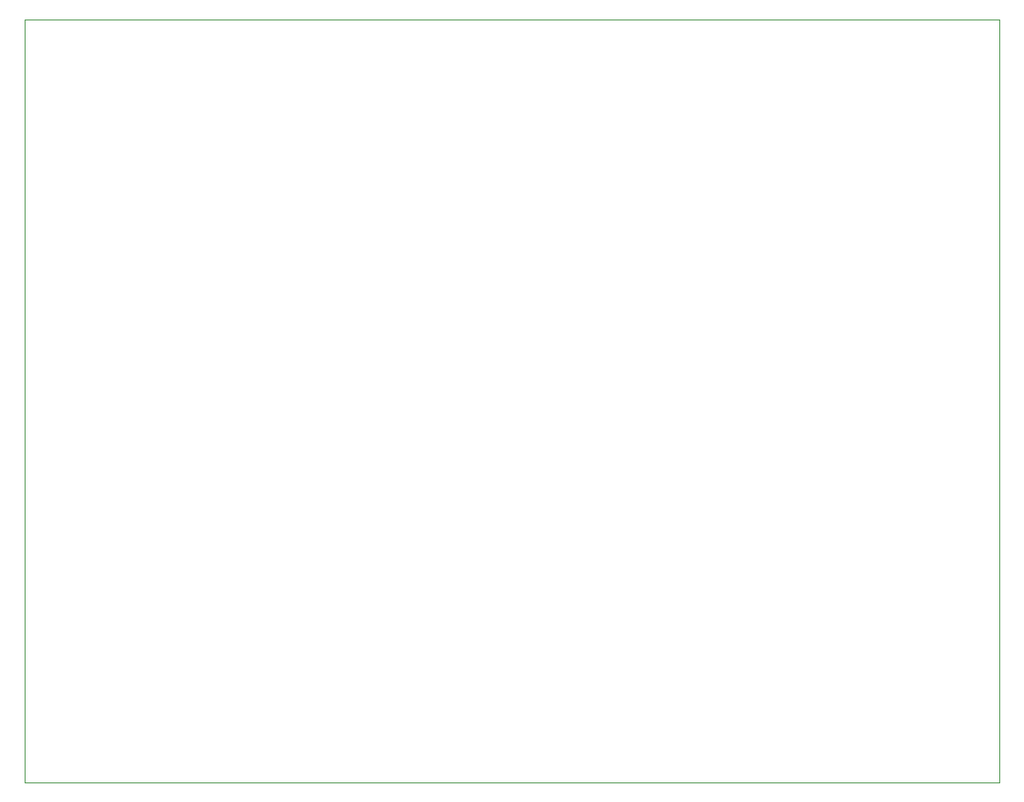
<source format=gbr>
%TF.GenerationSoftware,KiCad,Pcbnew,(6.0.5)*%
%TF.CreationDate,2022-07-24T11:34:55-07:00*%
%TF.ProjectId,BRD_strobelight,4252445f-7374-4726-9f62-656c69676874,rev?*%
%TF.SameCoordinates,Original*%
%TF.FileFunction,Profile,NP*%
%FSLAX46Y46*%
G04 Gerber Fmt 4.6, Leading zero omitted, Abs format (unit mm)*
G04 Created by KiCad (PCBNEW (6.0.5)) date 2022-07-24 11:34:55*
%MOMM*%
%LPD*%
G01*
G04 APERTURE LIST*
%TA.AperFunction,Profile*%
%ADD10C,0.100000*%
%TD*%
G04 APERTURE END LIST*
D10*
X74000000Y-44000000D02*
X171000000Y-44000000D01*
X171000000Y-44000000D02*
X171000000Y-120000000D01*
X171000000Y-120000000D02*
X74000000Y-120000000D01*
X74000000Y-120000000D02*
X74000000Y-44000000D01*
M02*

</source>
